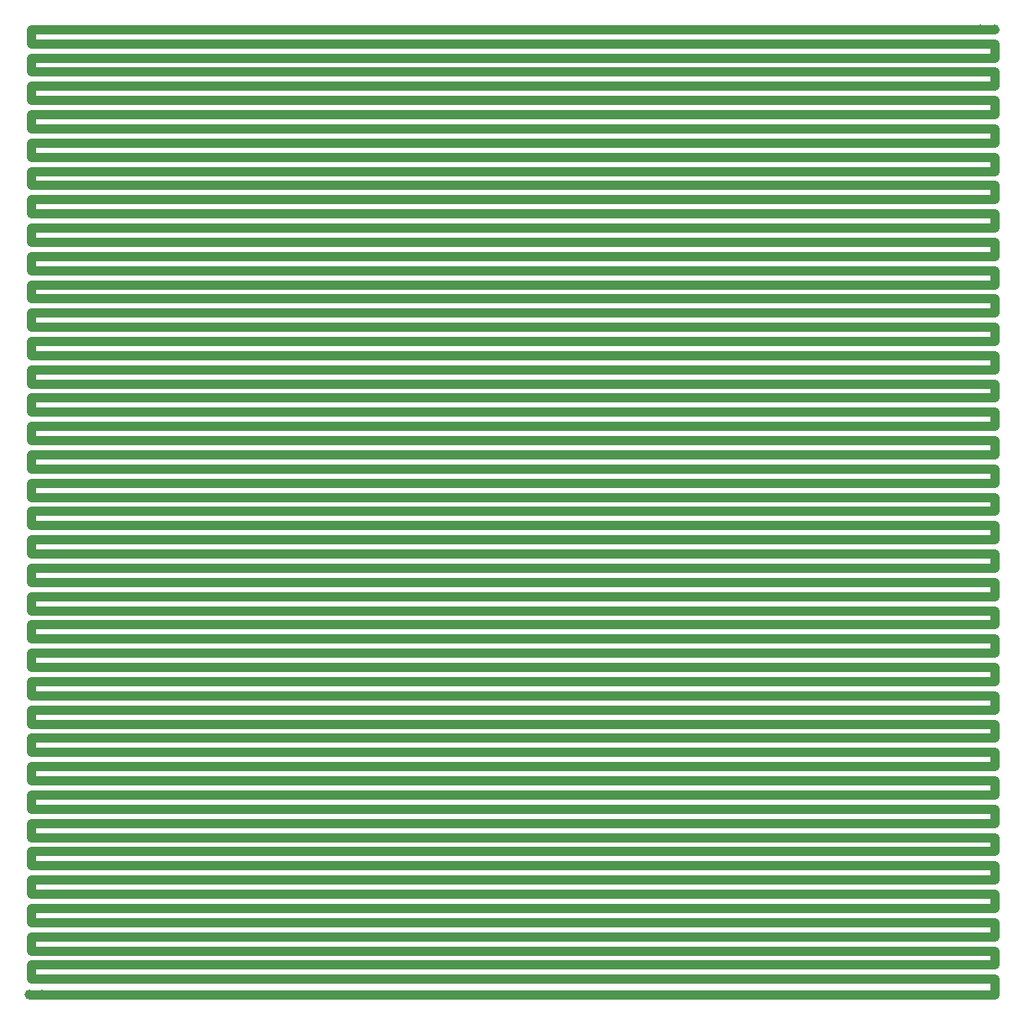
<source format=gbl>
G75*
%MOIN*%
%OFA0B0*%
%FSLAX24Y24*%
%IPPOS*%
%LPD*%
%AMOC8*
5,1,8,0,0,1.08239X$1,22.5*
%
%ADD10C,0.0396*%
%ADD11C,0.0354*%
D10*
X004461Y001180D03*
X004961Y001180D03*
X042207Y039488D03*
X042770Y039488D03*
D11*
X042207Y039488D01*
X004524Y039488D01*
X004524Y038926D01*
X042770Y038926D01*
X042770Y038364D01*
X004524Y038364D01*
X004524Y037801D01*
X042770Y037801D01*
X042770Y037239D01*
X004524Y037239D01*
X004524Y036676D01*
X042770Y036676D01*
X042770Y036114D01*
X004524Y036114D01*
X004524Y035551D01*
X042770Y035551D01*
X042770Y034989D01*
X004524Y034989D01*
X004524Y034426D01*
X042770Y034426D01*
X042770Y033864D01*
X004524Y033864D01*
X004524Y033302D01*
X042770Y033302D01*
X042770Y032739D01*
X004524Y032739D01*
X004524Y032177D01*
X042770Y032177D01*
X042770Y031614D01*
X004524Y031614D01*
X004524Y031052D01*
X042770Y031052D01*
X042770Y030489D01*
X004524Y030489D01*
X004524Y029927D01*
X042770Y029927D01*
X042770Y029364D01*
X004524Y029364D01*
X004524Y028802D01*
X042770Y028802D01*
X042770Y028240D01*
X004524Y028240D01*
X004524Y027677D01*
X042770Y027677D01*
X042770Y027115D01*
X004524Y027115D01*
X004524Y026552D01*
X042770Y026552D01*
X042770Y025990D01*
X004524Y025990D01*
X004524Y025427D01*
X042770Y025427D01*
X042770Y024865D01*
X004524Y024865D01*
X004524Y024303D01*
X042770Y024303D01*
X042770Y023740D01*
X004524Y023740D01*
X004524Y023178D01*
X042770Y023178D01*
X042770Y022615D01*
X004524Y022615D01*
X004524Y022053D01*
X042770Y022053D01*
X042770Y021490D01*
X004524Y021490D01*
X004524Y020928D01*
X042770Y020928D01*
X042770Y020365D01*
X004524Y020365D01*
X004524Y019803D01*
X042770Y019803D01*
X042770Y019241D01*
X004524Y019241D01*
X004524Y018678D01*
X042770Y018678D01*
X042770Y018116D01*
X004524Y018116D01*
X004524Y017553D01*
X042770Y017553D01*
X042770Y016991D01*
X004524Y016991D01*
X004524Y016428D01*
X042770Y016428D01*
X042770Y015866D01*
X004524Y015866D01*
X004524Y015303D01*
X042770Y015303D01*
X042770Y014741D01*
X004524Y014741D01*
X004524Y014179D01*
X042770Y014179D01*
X042770Y013616D01*
X004524Y013616D01*
X004524Y013054D01*
X042770Y013054D01*
X042770Y012491D01*
X004524Y012491D01*
X004524Y011929D01*
X042770Y011929D01*
X042770Y011366D01*
X004524Y011366D01*
X004524Y010804D01*
X042770Y010804D01*
X042770Y010241D01*
X004524Y010241D01*
X004524Y009679D01*
X042770Y009679D01*
X042770Y009117D01*
X004524Y009117D01*
X004524Y008554D01*
X042770Y008554D01*
X042770Y007992D01*
X004524Y007992D01*
X004524Y007429D01*
X042770Y007429D01*
X042770Y006867D01*
X004524Y006867D01*
X004524Y006304D01*
X042770Y006304D01*
X042770Y005742D01*
X004524Y005742D01*
X004524Y005180D01*
X042770Y005180D01*
X042770Y004617D01*
X004524Y004617D01*
X004524Y004055D01*
X042770Y004055D01*
X042770Y003492D01*
X004524Y003492D01*
X004524Y002930D01*
X042770Y002930D01*
X042770Y002367D01*
X004524Y002367D01*
X004524Y001805D01*
X042770Y001805D01*
X042770Y001180D01*
X004461Y001180D01*
M02*

</source>
